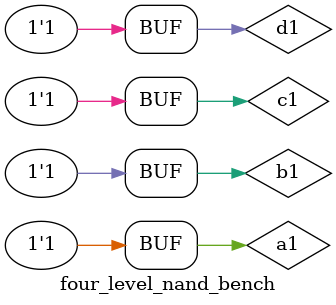
<source format=v>
module four_level_nand_bench();
	reg a1;
	reg b1;
	reg c1;
	reg d1;
	wire y1;
	four_level_nand dUT_1(.a(a1),.b(b1),.c(c1),.d(d1),.y(y1));
	initial
	begin
		a1=1'b0;b1=1'b0;c1=1'b0;d1=1'b0;
	#100	a1=1'b0;b1=1'b0;c1=1'b0;d1=1'b1;
	#100	a1=1'b0;b1=1'b0;c1=1'b1;d1=1'b0;
	#100	a1=1'b0;b1=1'b0;c1=1'b1;d1=1'b1;
	#100	a1=1'b0;b1=1'b1;c1=1'b0;d1=1'b0;
	#100	a1=1'b0;b1=1'b1;c1=1'b0;d1=1'b1;
	#100	a1=1'b0;b1=1'b1;c1=1'b1;d1=1'b0;
	#100	a1=1'b0;b1=1'b1;c1=1'b1;d1=1'b1;
	#100	a1=1'b1;b1=1'b0;c1=1'b0;d1=1'b0;
	#100	a1=1'b1;b1=1'b0;c1=1'b0;d1=1'b1;
	#100	a1=1'b1;b1=1'b0;c1=1'b1;d1=1'b0;
	#100	a1=1'b1;b1=1'b0;c1=1'b1;d1=1'b1;
	#100	a1=1'b1;b1=1'b1;c1=1'b0;d1=1'b0;
	#100	a1=1'b1;b1=1'b1;c1=1'b0;d1=1'b1;
	#100	a1=1'b1;b1=1'b1;c1=1'b1;d1=1'b0;
	#100	a1=1'b1;b1=1'b1;c1=1'b1;d1=1'b1;
	end
endmodule
</source>
